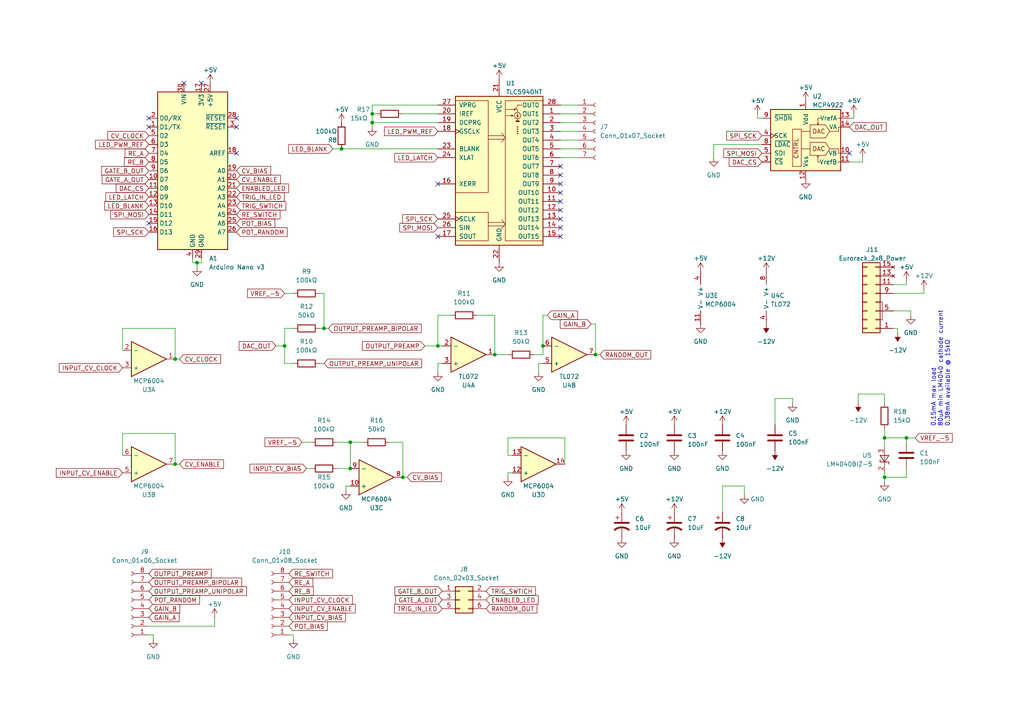
<source format=kicad_sch>
(kicad_sch (version 20230121) (generator eeschema)
  (paper "A4")
  (title_block (title "RNG") (date "2023-04-11") (rev "v2.0") (company "FreeModular"))
  (lib_symbols
    (symbol "Analog_DAC:MCP4922" (pin_names (offset 1.016))
      (property "Reference" "U2" (at 1.9559 11.43 0))
      (property "Value" "MCP4922" (at 1.9559 8.89 0))
      (symbol "MCP4922_0_0"
        (text "CNTRL" (at -2.032 -6.731 900) (effects (font (size 1.27 1.27)) (justify left bottom)))
        (text "DAC" (at 3.81 -3.81 0) (effects (font (size 1.27 1.27))))
        (text "DAC" (at 3.81 1.27 0) (effects (font (size 1.27 1.27))))
      )
      (symbol "MCP4922_1_1"
        (pin power_in line (at 0 10.16 270) (length 2.54) (name "Vdd") (number "1"))
        (pin output line (at 12.7 -5.08 180) (length 2.54) (name "VB") (number "10"))
        (pin input line (at 12.7 -7.62 180) (length 2.54) (name "VrefB") (number "11"))
        (pin power_in line (at 0 -12.7 90) (length 2.54) (name "Vss") (number "12"))
        (pin input line (at 12.7 5.08 180) (length 2.54) (name "VrefA") (number "13"))
        (pin output line (at 12.7 2.54 180) (length 2.54) (name "VA") (number "14"))
        (pin no_connect line (at -7.62 -10.16 90) (length 2.54) hide (name "NC") (number "2"))
        (pin input line (at -12.7 -7.62 0) (length 2.54) (name "~{CS}") (number "3"))
        (pin input clock (at -12.7 0 0) (length 2.54) (name "SCK") (number "4"))
        (pin input line (at -12.7 -5.08 0) (length 2.54) (name "SDI") (number "5"))
        (pin no_connect line (at -5.08 -10.16 90) (length 2.54) hide (name "NC") (number "6"))
        (pin no_connect line (at -2.54 -10.16 90) (length 2.54) hide (name "NC") (number "7"))
        (pin input line (at -12.7 -2.54 0) (length 2.54) (name "~{LDAC}") (number "8"))
        (pin passive line (at -12.7 5.08 0) (length 2.54) (name "~{SHDN}") (number "9"))
      )
    )
    (symbol "Connector:Conn_01x07_Socket" (pin_names (offset 1.016) hide)
      (property "Reference" "J" (at 0 10.16 0))
      (property "Value" "Conn_01x07_Socket" (at 0 -10.16 0))
      (symbol "Conn_01x07_Socket_1_1"
        (pin passive line (at -5.08 7.62 0) (length 3.81) (name "Pin_1") (number "1"))
        (pin passive line (at -5.08 5.08 0) (length 3.81) (name "Pin_2") (number "2"))
        (pin passive line (at -5.08 2.54 0) (length 3.81) (name "Pin_3") (number "3"))
        (pin passive line (at -5.08 0 0) (length 3.81) (name "Pin_4") (number "4"))
        (pin passive line (at -5.08 -2.54 0) (length 3.81) (name "Pin_5") (number "5"))
        (pin passive line (at -5.08 -5.08 0) (length 3.81) (name "Pin_6") (number "6"))
        (pin passive line (at -5.08 -7.62 0) (length 3.81) (name "Pin_7") (number "7"))
      )
    )
    (symbol "Connector:Conn_01x08_Socket" (pin_names (offset 1.016) hide)
      (property "Reference" "J" (at 0 10.16 0))
      (property "Value" "Conn_01x08_Socket" (at 0 -12.7 0))
      (symbol "Conn_01x08_Socket_1_1"
        (pin passive line (at -5.08 7.62 0) (length 3.81) (name "Pin_1") (number "1"))
        (pin passive line (at -5.08 5.08 0) (length 3.81) (name "Pin_2") (number "2"))
        (pin passive line (at -5.08 2.54 0) (length 3.81) (name "Pin_3") (number "3"))
        (pin passive line (at -5.08 0 0) (length 3.81) (name "Pin_4") (number "4"))
        (pin passive line (at -5.08 -2.54 0) (length 3.81) (name "Pin_5") (number "5"))
        (pin passive line (at -5.08 -5.08 0) (length 3.81) (name "Pin_6") (number "6"))
        (pin passive line (at -5.08 -7.62 0) (length 3.81) (name "Pin_7") (number "7"))
        (pin passive line (at -5.08 -10.16 0) (length 3.81) (name "Pin_8") (number "8"))
      )
    )
    (symbol "Connector_Generic:Conn_02x03_Odd_Even" (pin_names (offset 1.016) hide)
      (property "Reference" "J" (at 1.27 5.08 0))
      (property "Value" "Conn_02x03_Odd_Even" (at 1.27 -5.08 0))
      (symbol "Conn_02x03_Odd_Even_1_1"
        (pin passive line (at -5.08 2.54 0) (length 3.81) (name "Pin_1") (number "1"))
        (pin passive line (at 7.62 2.54 180) (length 3.81) (name "Pin_2") (number "2"))
        (pin passive line (at -5.08 0 0) (length 3.81) (name "Pin_3") (number "3"))
        (pin passive line (at 7.62 0 180) (length 3.81) (name "Pin_4") (number "4"))
        (pin passive line (at -5.08 -2.54 0) (length 3.81) (name "Pin_5") (number "5"))
        (pin passive line (at 7.62 -2.54 180) (length 3.81) (name "Pin_6") (number "6"))
      )
    )
    (symbol "Device:C" (pin_numbers hide) (pin_names (offset 0.254))
      (property "Reference" "C" (at 0.635 2.54 0))
      (property "Value" "C" (at 0.635 -2.54 0))
      (symbol "C_1_1"
        (pin passive line (at 0 3.81 270) (length 2.794) (name "~") (number "1"))
        (pin passive line (at 0 -3.81 90) (length 2.794) (name "~") (number "2"))
      )
    )
    (symbol "Device:C_Polarized_US" (pin_numbers hide) (pin_names (offset 0.254) hide)
      (property "Reference" "C" (at 0.635 2.54 0))
      (property "Value" "C_Polarized_US" (at 0.635 -2.54 0))
      (symbol "C_Polarized_US_1_1"
        (pin passive line (at 0 3.81 270) (length 2.794) (name "~") (number "1"))
        (pin passive line (at 0 -3.81 90) (length 3.302) (name "~") (number "2"))
      )
    )
    (symbol "Device:Opamp_Dual"
      (property "Reference" "U" (at 0 5.08 0))
      (property "Value" "Opamp_Dual" (at 0 -5.08 0))
      (symbol "Opamp_Dual_1_1"
        (pin output line (at 7.62 0 180) (length 2.54) (name "~") (number "1"))
        (pin input line (at -7.62 -2.54 0) (length 2.54) (name "-") (number "2"))
        (pin input line (at -7.62 2.54 0) (length 2.54) (name "+") (number "3"))
      )
      (symbol "Opamp_Dual_2_1"
        (pin input line (at -7.62 2.54 0) (length 2.54) (name "+") (number "5"))
        (pin input line (at -7.62 -2.54 0) (length 2.54) (name "-") (number "6"))
        (pin output line (at 7.62 0 180) (length 2.54) (name "~") (number "7"))
      )
      (symbol "Opamp_Dual_3_1"
        (pin power_in line (at -2.54 -7.62 90) (length 3.81) (name "V-") (number "4"))
        (pin power_in line (at -2.54 7.62 270) (length 3.81) (name "V+") (number "8"))
      )
    )
    (symbol "Device:Opamp_Quad"
      (property "Reference" "U" (at 0 5.08 0))
      (property "Value" "Opamp_Quad" (at 0 -5.08 0))
      (symbol "Opamp_Quad_1_1"
        (pin output line (at 7.62 0 180) (length 2.54) (name "~") (number "1"))
        (pin input line (at -7.62 -2.54 0) (length 2.54) (name "-") (number "2"))
        (pin input line (at -7.62 2.54 0) (length 2.54) (name "+") (number "3"))
      )
      (symbol "Opamp_Quad_2_1"
        (pin input line (at -7.62 2.54 0) (length 2.54) (name "+") (number "5"))
        (pin input line (at -7.62 -2.54 0) (length 2.54) (name "-") (number "6"))
        (pin output line (at 7.62 0 180) (length 2.54) (name "~") (number "7"))
      )
      (symbol "Opamp_Quad_3_1"
        (pin input line (at -7.62 2.54 0) (length 2.54) (name "+") (number "10"))
        (pin output line (at 7.62 0 180) (length 2.54) (name "~") (number "8"))
        (pin input line (at -7.62 -2.54 0) (length 2.54) (name "-") (number "9"))
      )
      (symbol "Opamp_Quad_4_1"
        (pin input line (at -7.62 2.54 0) (length 2.54) (name "+") (number "12"))
        (pin input line (at -7.62 -2.54 0) (length 2.54) (name "-") (number "13"))
        (pin output line (at 7.62 0 180) (length 2.54) (name "~") (number "14"))
      )
      (symbol "Opamp_Quad_5_1"
        (pin power_in line (at -2.54 -7.62 90) (length 3.81) (name "V-") (number "11"))
        (pin power_in line (at -2.54 7.62 270) (length 3.81) (name "V+") (number "4"))
      )
    )
    (symbol "Device:R" (pin_numbers hide) (pin_names (offset 0))
      (property "Reference" "R" (at 2.032 0 90))
      (property "Value" "R" (at 0 0 90))
      (symbol "R_1_1"
        (pin passive line (at 0 3.81 270) (length 1.27) (name "~") (number "1"))
        (pin passive line (at 0 -3.81 90) (length 1.27) (name "~") (number "2"))
      )
    )
    (symbol "Driver_LED:TLC5940NT" (pin_names (offset 1.016))
      (property "Reference" "U" (at -12.7 22.225 0))
      (property "Value" "TLC5940NT" (at 12.7 22.225 0))
      (symbol "TLC5940NT_1_1"
        (pin open_collector line (at 17.78 15.24 180) (length 5.08) (name "OUT1") (number "1"))
        (pin open_collector line (at 17.78 -7.62 180) (length 5.08) (name "OUT10") (number "10"))
        (pin open_collector line (at 17.78 -10.16 180) (length 5.08) (name "OUT11") (number "11"))
        (pin open_collector line (at 17.78 -12.7 180) (length 5.08) (name "OUT12") (number "12"))
        (pin open_collector line (at 17.78 -15.24 180) (length 5.08) (name "OUT13") (number "13"))
        (pin open_collector line (at 17.78 -17.78 180) (length 5.08) (name "OUT14") (number "14"))
        (pin open_collector line (at 17.78 -20.32 180) (length 5.08) (name "OUT15") (number "15"))
        (pin open_collector line (at -17.78 -5.08 0) (length 5.08) (name "XERR") (number "16"))
        (pin output line (at -17.78 -20.32 0) (length 5.08) (name "SOUT") (number "17"))
        (pin input clock (at -17.78 10.16 0) (length 5.08) (name "GSCLK") (number "18"))
        (pin input line (at -17.78 12.7 0) (length 5.08) (name "DCPRG") (number "19"))
        (pin open_collector line (at 17.78 12.7 180) (length 5.08) (name "OUT2") (number "2"))
        (pin input line (at -17.78 15.24 0) (length 5.08) (name "IREF") (number "20"))
        (pin power_in line (at 0 25.4 270) (length 5.08) (name "VCC") (number "21"))
        (pin power_in line (at 0 -27.94 90) (length 5.08) (name "GND") (number "22"))
        (pin input line (at -17.78 5.08 0) (length 5.08) (name "BLANK") (number "23"))
        (pin input line (at -17.78 2.54 0) (length 5.08) (name "XLAT") (number "24"))
        (pin input clock (at -17.78 -15.24 0) (length 5.08) (name "SCLK") (number "25"))
        (pin input line (at -17.78 -17.78 0) (length 5.08) (name "SIN") (number "26"))
        (pin input line (at -17.78 17.78 0) (length 5.08) (name "VPRG") (number "27"))
        (pin open_collector line (at 17.78 17.78 180) (length 5.08) (name "OUT0") (number "28"))
        (pin open_collector line (at 17.78 10.16 180) (length 5.08) (name "OUT3") (number "3"))
        (pin open_collector line (at 17.78 7.62 180) (length 5.08) (name "OUT4") (number "4"))
        (pin open_collector line (at 17.78 5.08 180) (length 5.08) (name "OUT5") (number "5"))
        (pin open_collector line (at 17.78 2.54 180) (length 5.08) (name "OUT6") (number "6"))
        (pin open_collector line (at 17.78 0 180) (length 5.08) (name "OUT7") (number "7"))
        (pin open_collector line (at 17.78 -2.54 180) (length 5.08) (name "OUT8") (number "8"))
        (pin open_collector line (at 17.78 -5.08 180) (length 5.08) (name "OUT9") (number "9"))
      )
    )
    (symbol "FreeModular:Eurorack_2x8_Power" (pin_names (offset 1.016) hide)
      (property "Reference" "J1" (at 1.27 13.97 0))
      (property "Value" "Eurorack_2x8_Power" (at 1.905 11.43 0))
      (symbol "Eurorack_2x8_Power_1_1"
        (pin power_out line (at -5.08 7.62 0) (length 3.81) (name "-12v") (number "1"))
        (pin passive line (at -5.08 -2.54 0) (length 3.81) hide (name "+12v") (number "10"))
        (pin passive line (at -5.08 -5.08 0) (length 3.81) (name "+5v") (number "11"))
        (pin passive line (at -5.08 -5.08 0) (length 3.81) hide (name "+5v") (number "12"))
        (pin no_connect line (at -5.08 -7.62 0) (length 3.81) (name "Pin_13") (number "13"))
        (pin no_connect line (at 7.62 -7.62 180) (length 3.81) hide (name "Pin_14") (number "14"))
        (pin no_connect line (at -5.08 -10.16 0) (length 3.81) (name "Pin_15") (number "15"))
        (pin no_connect line (at 7.62 -10.16 180) (length 3.81) hide (name "Pin_16") (number "16"))
        (pin passive line (at -5.08 7.62 0) (length 3.81) hide (name "-12v") (number "2"))
        (pin power_out line (at -5.08 2.54 0) (length 3.81) hide (name "GND") (number "3"))
        (pin passive line (at -5.08 2.54 0) (length 3.81) hide (name "GND") (number "4"))
        (pin power_out line (at -5.08 2.54 0) (length 3.81) (name "GND") (number "5"))
        (pin passive line (at -5.08 2.54 0) (length 3.81) hide (name "GND") (number "6"))
        (pin power_out line (at -5.08 2.54 0) (length 3.81) hide (name "GND") (number "7"))
        (pin passive line (at -5.08 2.54 0) (length 3.81) hide (name "GND") (number "8"))
        (pin power_out line (at -5.08 -2.54 0) (length 3.81) (name "+12v") (number "9"))
      )
    )
    (symbol "MCU_Module:Arduino_Nano_v3.x"
      (property "Reference" "A" (at -10.16 23.495 0))
      (property "Value" "Arduino_Nano_v3.x" (at 5.08 -24.13 0))
      (symbol "Arduino_Nano_v3.x_1_1"
        (pin bidirectional line (at -12.7 12.7 0) (length 2.54) (name "D1/TX") (number "1"))
        (pin bidirectional line (at -12.7 -2.54 0) (length 2.54) (name "D7") (number "10"))
        (pin bidirectional line (at -12.7 -5.08 0) (length 2.54) (name "D8") (number "11"))
        (pin bidirectional line (at -12.7 -7.62 0) (length 2.54) (name "D9") (number "12"))
        (pin bidirectional line (at -12.7 -10.16 0) (length 2.54) (name "D10") (number "13"))
        (pin bidirectional line (at -12.7 -12.7 0) (length 2.54) (name "D11") (number "14"))
        (pin bidirectional line (at -12.7 -15.24 0) (length 2.54) (name "D12") (number "15"))
        (pin bidirectional line (at -12.7 -17.78 0) (length 2.54) (name "D13") (number "16"))
        (pin power_out line (at 2.54 25.4 270) (length 2.54) (name "3V3") (number "17"))
        (pin input line (at 12.7 5.08 180) (length 2.54) (name "AREF") (number "18"))
        (pin bidirectional line (at 12.7 0 180) (length 2.54) (name "A0") (number "19"))
        (pin bidirectional line (at -12.7 15.24 0) (length 2.54) (name "D0/RX") (number "2"))
        (pin bidirectional line (at 12.7 -2.54 180) (length 2.54) (name "A1") (number "20"))
        (pin bidirectional line (at 12.7 -5.08 180) (length 2.54) (name "A2") (number "21"))
        (pin bidirectional line (at 12.7 -7.62 180) (length 2.54) (name "A3") (number "22"))
        (pin bidirectional line (at 12.7 -10.16 180) (length 2.54) (name "A4") (number "23"))
        (pin bidirectional line (at 12.7 -12.7 180) (length 2.54) (name "A5") (number "24"))
        (pin bidirectional line (at 12.7 -15.24 180) (length 2.54) (name "A6") (number "25"))
        (pin bidirectional line (at 12.7 -17.78 180) (length 2.54) (name "A7") (number "26"))
        (pin power_out line (at 5.08 25.4 270) (length 2.54) (name "+5V") (number "27"))
        (pin input line (at 12.7 15.24 180) (length 2.54) (name "~{RESET}") (number "28"))
        (pin power_in line (at 2.54 -25.4 90) (length 2.54) (name "GND") (number "29"))
        (pin input line (at 12.7 12.7 180) (length 2.54) (name "~{RESET}") (number "3"))
        (pin power_in line (at -2.54 25.4 270) (length 2.54) (name "VIN") (number "30"))
        (pin power_in line (at 0 -25.4 90) (length 2.54) (name "GND") (number "4"))
        (pin bidirectional line (at -12.7 10.16 0) (length 2.54) (name "D2") (number "5"))
        (pin bidirectional line (at -12.7 7.62 0) (length 2.54) (name "D3") (number "6"))
        (pin bidirectional line (at -12.7 5.08 0) (length 2.54) (name "D4") (number "7"))
        (pin bidirectional line (at -12.7 2.54 0) (length 2.54) (name "D5") (number "8"))
        (pin bidirectional line (at -12.7 0 0) (length 2.54) (name "D6") (number "9"))
      )
    )
    (symbol "Reference_Voltage:LM4040LP-5" (pin_names (offset 0.0254) hide)
      (property "Reference" "U" (at 0 2.54 0))
      (property "Value" "LM4040LP-5" (at 0 -3.175 0))
      (symbol "LM4040LP-5_1_1"
        (pin passive line (at 3.81 0 180) (length 2.54) (name "K") (number "2"))
        (pin passive line (at -3.81 0 0) (length 2.54) (name "A") (number "3"))
      )
    )
    (symbol "power:+12V" (power) (pin_names (offset 0))
      (property "Value" "+12V" (at 0 3.556 0))
      (symbol "+12V_1_1"
        (pin power_in line (at 0 0 90) (length 0) hide (name "+12V") (number "1"))
      )
    )
    (symbol "power:+5V" (power) (pin_names (offset 0))
      (property "Value" "+5V" (at 0 3.556 0))
      (symbol "+5V_1_1"
        (pin power_in line (at 0 0 90) (length 0) hide (name "+5V") (number "1"))
      )
    )
    (symbol "power:-12V" (power) (pin_names (offset 0))
      (property "Value" "-12V" (at 0 3.81 0))
      (symbol "-12V_0_0"
        (pin power_in line (at 0 0 90) (length 0) hide (name "-12V") (number "1"))
      )
    )
    (symbol "power:GND" (power) (pin_names (offset 0))
      (property "Value" "GND" (at 0 -3.81 0))
      (symbol "GND_1_1"
        (pin power_in line (at 0 0 270) (length 0) hide (name "GND") (number "1"))
      )
    )
  )
  (junction (at 50.8 134.62))
  (junction (at 57.15 76.2))
  (junction (at 116.84 138.43))
  (junction (at 127 100.33))
  (junction (at 101.6 135.89))
  (junction (at 172.72 102.87))
  (junction (at 256.54 138.43))
  (junction (at 99.06 43.18))
  (junction (at 157.48 100.33))
  (junction (at 101.6 128.27))
  (junction (at 107.95 33.02))
  (junction (at 93.98 95.25))
  (junction (at 143.51 102.87))
  (junction (at 262.89 127))
  (junction (at 82.55 100.33))
  (junction (at 50.8 104.14))
  (junction (at 256.54 127))
  (junction (at 107.95 35.56))
  (no_connect (at 127 53.34))
  (no_connect (at 68.58 34.29))
  (no_connect (at 246.38 44.45))
  (no_connect (at 53.34 24.13))
  (no_connect (at 68.58 36.83))
  (no_connect (at 162.56 50.8))
  (no_connect (at 162.56 58.42))
  (no_connect (at 162.56 66.04))
  (no_connect (at 162.56 63.5))
  (no_connect (at 58.42 24.13))
  (no_connect (at 162.56 68.58))
  (no_connect (at 43.18 34.29))
  (no_connect (at 127 68.58))
  (no_connect (at 162.56 55.88))
  (no_connect (at 162.56 60.96))
  (no_connect (at 162.56 48.26))
  (no_connect (at 68.58 44.45))
  (no_connect (at 162.56 53.34))
  (no_connect (at 43.18 36.83))
  (no_connect (at 43.18 64.77))
  (wire (pts (xy 82.55 85.09) (xy 85.09 85.09)))
  (wire (pts (xy 157.48 100.33) (xy 157.48 102.87)))
  (wire (pts (xy 162.56 30.48) (xy 167.64 30.48)))
  (wire (pts (xy 35.56 125.73) (xy 50.8 125.73)))
  (wire (pts (xy 154.94 102.87) (xy 157.48 102.87)))
  (wire (pts (xy 162.56 38.1) (xy 167.64 38.1)))
  (wire (pts (xy 209.55 140.97) (xy 209.55 148.59)))
  (wire (pts (xy 101.6 140.97) (xy 100.33 140.97)))
  (wire (pts (xy 162.56 45.72) (xy 167.64 45.72)))
  (wire (pts (xy 35.56 95.25) (xy 35.56 101.6)))
  (wire (pts (xy 156.21 105.41) (xy 157.48 105.41)))
  (wire (pts (xy 50.8 125.73) (xy 50.8 134.62)))
  (wire (pts (xy 93.98 95.25) (xy 92.71 95.25)))
  (wire (pts (xy 163.83 127) (xy 163.83 134.62)))
  (wire (pts (xy 209.55 140.97) (xy 215.9 140.97)))
  (wire (pts (xy 207.01 41.91) (xy 220.98 41.91)))
  (wire (pts (xy 260.35 95.25) (xy 259.08 95.25)))
  (wire (pts (xy 207.01 41.91) (xy 207.01 45.72)))
  (wire (pts (xy 162.56 35.56) (xy 167.64 35.56)))
  (wire (pts (xy 127 100.33) (xy 127 91.44)))
  (wire (pts (xy 147.32 127) (xy 163.83 127)))
  (wire (pts (xy 147.32 137.16) (xy 147.32 138.43)))
  (wire (pts (xy 82.55 95.25) (xy 85.09 95.25)))
  (wire (pts (xy 247.65 34.29) (xy 247.65 33.02)))
  (wire (pts (xy 256.54 124.46) (xy 256.54 127)))
  (wire (pts (xy 57.15 76.2) (xy 57.15 77.47)))
  (wire (pts (xy 43.18 184.15) (xy 44.45 184.15)))
  (wire (pts (xy 99.06 43.18) (xy 127 43.18)))
  (wire (pts (xy 256.54 138.43) (xy 256.54 139.7)))
  (wire (pts (xy 83.82 184.15) (xy 85.09 184.15)))
  (wire (pts (xy 246.38 34.29) (xy 247.65 34.29)))
  (wire (pts (xy 162.56 43.18) (xy 167.64 43.18)))
  (wire (pts (xy 57.15 76.2) (xy 58.42 76.2)))
  (wire (pts (xy 107.95 35.56) (xy 127 35.56)))
  (wire (pts (xy 148.59 137.16) (xy 147.32 137.16)))
  (wire (pts (xy 101.6 128.27) (xy 101.6 135.89)))
  (wire (pts (xy 107.95 33.02) (xy 107.95 35.56)))
  (wire (pts (xy 35.56 132.08) (xy 35.56 125.73)))
  (wire (pts (xy 143.51 102.87) (xy 147.32 102.87)))
  (wire (pts (xy 262.89 135.89) (xy 262.89 138.43)))
  (wire (pts (xy 92.71 85.09) (xy 93.98 85.09)))
  (wire (pts (xy 172.72 102.87) (xy 173.99 102.87)))
  (wire (pts (xy 50.8 104.14) (xy 52.07 104.14)))
  (wire (pts (xy 87.63 128.27) (xy 90.17 128.27)))
  (wire (pts (xy 43.18 181.61) (xy 62.23 181.61)))
  (wire (pts (xy 97.79 128.27) (xy 101.6 128.27)))
  (wire (pts (xy 172.72 93.98) (xy 171.45 93.98)))
  (wire (pts (xy 82.55 100.33) (xy 82.55 105.41)))
  (wire (pts (xy 157.48 91.44) (xy 158.75 91.44)))
  (wire (pts (xy 259.08 90.17) (xy 264.16 90.17)))
  (wire (pts (xy 82.55 100.33) (xy 82.55 95.25)))
  (wire (pts (xy 116.84 128.27) (xy 116.84 138.43)))
  (wire (pts (xy 107.95 33.02) (xy 109.22 33.02)))
  (wire (pts (xy 88.9 135.89) (xy 90.17 135.89)))
  (wire (pts (xy 256.54 138.43) (xy 262.89 138.43)))
  (wire (pts (xy 256.54 116.84) (xy 256.54 114.3)))
  (wire (pts (xy 107.95 35.56) (xy 107.95 36.83)))
  (wire (pts (xy 116.84 33.02) (xy 127 33.02)))
  (wire (pts (xy 156.21 107.95) (xy 156.21 105.41)))
  (wire (pts (xy 148.59 132.08) (xy 147.32 132.08)))
  (wire (pts (xy 256.54 129.54) (xy 256.54 127)))
  (wire (pts (xy 101.6 128.27) (xy 105.41 128.27)))
  (wire (pts (xy 259.08 85.09) (xy 267.97 85.09)))
  (wire (pts (xy 264.16 90.17) (xy 264.16 91.44)))
  (wire (pts (xy 85.09 184.15) (xy 85.09 185.42)))
  (wire (pts (xy 262.89 81.28) (xy 262.89 82.55)))
  (wire (pts (xy 220.98 34.29) (xy 219.71 34.29)))
  (wire (pts (xy 50.8 95.25) (xy 35.56 95.25)))
  (wire (pts (xy 55.88 76.2) (xy 57.15 76.2)))
  (wire (pts (xy 262.89 127) (xy 262.89 128.27)))
  (wire (pts (xy 138.43 91.44) (xy 143.51 91.44)))
  (wire (pts (xy 58.42 74.93) (xy 58.42 76.2)))
  (wire (pts (xy 127 105.41) (xy 128.27 105.41)))
  (wire (pts (xy 256.54 137.16) (xy 256.54 138.43)))
  (wire (pts (xy 224.79 115.57) (xy 229.87 115.57)))
  (wire (pts (xy 256.54 114.3) (xy 248.92 114.3)))
  (wire (pts (xy 44.45 184.15) (xy 44.45 185.42)))
  (wire (pts (xy 256.54 127) (xy 262.89 127)))
  (wire (pts (xy 229.87 115.57) (xy 229.87 116.84)))
  (wire (pts (xy 250.19 46.99) (xy 250.19 45.72)))
  (wire (pts (xy 82.55 105.41) (xy 85.09 105.41)))
  (wire (pts (xy 55.88 74.93) (xy 55.88 76.2)))
  (wire (pts (xy 62.23 179.07) (xy 62.23 181.61)))
  (wire (pts (xy 107.95 30.48) (xy 127 30.48)))
  (wire (pts (xy 248.92 114.3) (xy 248.92 116.84)))
  (wire (pts (xy 113.03 128.27) (xy 116.84 128.27)))
  (wire (pts (xy 224.79 123.19) (xy 224.79 115.57)))
  (wire (pts (xy 107.95 30.48) (xy 107.95 33.02)))
  (wire (pts (xy 127 107.95) (xy 127 105.41)))
  (wire (pts (xy 162.56 40.64) (xy 167.64 40.64)))
  (wire (pts (xy 172.72 93.98) (xy 172.72 102.87)))
  (wire (pts (xy 127 100.33) (xy 128.27 100.33)))
  (wire (pts (xy 143.51 91.44) (xy 143.51 102.87)))
  (wire (pts (xy 93.98 95.25) (xy 95.25 95.25)))
  (wire (pts (xy 123.19 100.33) (xy 127 100.33)))
  (wire (pts (xy 147.32 132.08) (xy 147.32 127)))
  (wire (pts (xy 100.33 140.97) (xy 100.33 142.24)))
  (wire (pts (xy 259.08 82.55) (xy 262.89 82.55)))
  (wire (pts (xy 93.98 85.09) (xy 93.98 95.25)))
  (wire (pts (xy 157.48 100.33) (xy 157.48 91.44)))
  (wire (pts (xy 267.97 83.82) (xy 267.97 85.09)))
  (wire (pts (xy 96.52 43.18) (xy 99.06 43.18)))
  (wire (pts (xy 50.8 134.62) (xy 52.07 134.62)))
  (wire (pts (xy 162.56 33.02) (xy 167.64 33.02)))
  (wire (pts (xy 260.35 95.25) (xy 260.35 96.52)))
  (wire (pts (xy 246.38 46.99) (xy 250.19 46.99)))
  (wire (pts (xy 215.9 140.97) (xy 215.9 143.51)))
  (wire (pts (xy 50.8 104.14) (xy 50.8 95.25)))
  (wire (pts (xy 262.89 127) (xy 265.43 127)))
  (wire (pts (xy 219.71 34.29) (xy 219.71 33.02)))
  (wire (pts (xy 93.98 105.41) (xy 92.71 105.41)))
  (wire (pts (xy 116.84 138.43) (xy 118.11 138.43)))
  (wire (pts (xy 130.81 91.44) (xy 127 91.44)))
  (wire (pts (xy 97.79 135.89) (xy 101.6 135.89)))
  (wire (pts (xy 80.01 100.33) (xy 82.55 100.33)))
  (text "0.15mA max load\n80uA min LM4040 cathode current\n0.38mA available @ 15kΩ" (at 275.59 123.825 90) (effects (font (size 1.27 1.27)) (justify left bottom)))
  (global_label "GAIN_B" (shape input) (at 171.45 93.98 180) (property "Intersheetrefs" "${INTERSHEET_REFS}" (effects hide)))
  (global_label "VREF_-5" (shape input) (at 87.63 128.27 180) (property "Intersheetrefs" "${INTERSHEET_REFS}" (effects hide)))
  (global_label "ENABLED_LED" (shape input) (at 68.58 54.61 0) (property "Intersheetrefs" "${INTERSHEET_REFS}" (effects hide)))
  (global_label "SPI_MOSI" (shape input) (at 43.18 62.23 180) (property "Intersheetrefs" "${INTERSHEET_REFS}" (effects hide)))
  (global_label "POT_RANDOM" (shape input) (at 68.58 67.31 0) (property "Intersheetrefs" "${INTERSHEET_REFS}" (effects hide)))
  (global_label "LED_PWM_REF" (shape input) (at 43.18 41.91 180) (property "Intersheetrefs" "${INTERSHEET_REFS}" (effects hide)))
  (global_label "DAC_CS" (shape input) (at 43.18 54.61 180) (property "Intersheetrefs" "${INTERSHEET_REFS}" (effects hide)))
  (global_label "INPUT_CV_BIAS" (shape input) (at 88.9 135.89 180) (property "Intersheetrefs" "${INTERSHEET_REFS}" (effects hide)))
  (global_label "RE_SWITCH" (shape input) (at 83.82 166.37 0) (property "Intersheetrefs" "${INTERSHEET_REFS}" (effects hide)))
  (global_label "LED_LATCH" (shape input) (at 127 45.72 180) (property "Intersheetrefs" "${INTERSHEET_REFS}" (effects hide)))
  (global_label "TRIG_IN_LED" (shape input) (at 128.27 176.53 180) (property "Intersheetrefs" "${INTERSHEET_REFS}" (effects hide)))
  (global_label "VREF_-5" (shape input) (at 82.55 85.09 180) (property "Intersheetrefs" "${INTERSHEET_REFS}" (effects hide)))
  (global_label "OUTPUT_PREAMP" (shape input) (at 43.18 166.37 0) (property "Intersheetrefs" "${INTERSHEET_REFS}" (effects hide)))
  (global_label "VREF_-5" (shape input) (at 265.43 127 0) (property "Intersheetrefs" "${INTERSHEET_REFS}" (effects hide)))
  (global_label "GAIN_B" (shape input) (at 43.18 176.53 0) (property "Intersheetrefs" "${INTERSHEET_REFS}" (effects hide)))
  (global_label "GATE_A_OUT" (shape input) (at 43.18 52.07 180) (property "Intersheetrefs" "${INTERSHEET_REFS}" (effects hide)))
  (global_label "OUTPUT_PREAMP_UNIPOLAR" (shape input) (at 43.18 171.45 0) (property "Intersheetrefs" "${INTERSHEET_REFS}" (effects hide)))
  (global_label "CV_BIAS" (shape input) (at 118.11 138.43 0) (property "Intersheetrefs" "${INTERSHEET_REFS}" (effects hide)))
  (global_label "OUTPUT_PREAMP" (shape input) (at 123.19 100.33 180) (property "Intersheetrefs" "${INTERSHEET_REFS}" (effects hide)))
  (global_label "TRIG_SWTICH" (shape input) (at 68.58 59.69 0) (property "Intersheetrefs" "${INTERSHEET_REFS}" (effects hide)))
  (global_label "RE_A" (shape input) (at 83.82 168.91 0) (property "Intersheetrefs" "${INTERSHEET_REFS}" (effects hide)))
  (global_label "GAIN_A" (shape input) (at 43.18 179.07 0) (property "Intersheetrefs" "${INTERSHEET_REFS}" (effects hide)))
  (global_label "OUTPUT_PREAMP_BIPOLAR" (shape input) (at 43.18 168.91 0) (property "Intersheetrefs" "${INTERSHEET_REFS}" (effects hide)))
  (global_label "RE_B" (shape input) (at 83.82 171.45 0) (property "Intersheetrefs" "${INTERSHEET_REFS}" (effects hide)))
  (global_label "RE_A" (shape input) (at 43.18 44.45 180) (property "Intersheetrefs" "${INTERSHEET_REFS}" (effects hide)))
  (global_label "INPUT_CV_CLOCK" (shape input) (at 83.82 173.99 0) (property "Intersheetrefs" "${INTERSHEET_REFS}" (effects hide)))
  (global_label "SPI_SCK" (shape input) (at 220.98 39.37 180) (property "Intersheetrefs" "${INTERSHEET_REFS}" (effects hide)))
  (global_label "POT_BIAS" (shape input) (at 83.82 181.61 0) (property "Intersheetrefs" "${INTERSHEET_REFS}" (effects hide)))
  (global_label "RE_B" (shape input) (at 43.18 46.99 180) (property "Intersheetrefs" "${INTERSHEET_REFS}" (effects hide)))
  (global_label "RE_SWITCH" (shape input) (at 68.58 62.23 0) (property "Intersheetrefs" "${INTERSHEET_REFS}" (effects hide)))
  (global_label "SPI_MOSI" (shape input) (at 127 66.04 180) (property "Intersheetrefs" "${INTERSHEET_REFS}" (effects hide)))
  (global_label "OUTPUT_PREAMP_UNIPOLAR" (shape input) (at 93.98 105.41 0) (property "Intersheetrefs" "${INTERSHEET_REFS}" (effects hide)))
  (global_label "LED_BLANK" (shape input) (at 43.18 59.69 180) (property "Intersheetrefs" "${INTERSHEET_REFS}" (effects hide)))
  (global_label "DAC_OUT" (shape input) (at 80.01 100.33 180) (property "Intersheetrefs" "${INTERSHEET_REFS}" (effects hide)))
  (global_label "SPI_SCK" (shape input) (at 127 63.5 180) (property "Intersheetrefs" "${INTERSHEET_REFS}" (effects hide)))
  (global_label "INPUT_CV_BIAS" (shape input) (at 83.82 179.07 0) (property "Intersheetrefs" "${INTERSHEET_REFS}" (effects hide)))
  (global_label "RANDOM_OUT" (shape input) (at 173.99 102.87 0) (property "Intersheetrefs" "${INTERSHEET_REFS}" (effects hide)))
  (global_label "GATE_A_OUT" (shape input) (at 128.27 173.99 180) (property "Intersheetrefs" "${INTERSHEET_REFS}" (effects hide)))
  (global_label "INPUT_CV_CLOCK" (shape input) (at 35.56 106.68 180) (property "Intersheetrefs" "${INTERSHEET_REFS}" (effects hide)))
  (global_label "DAC_OUT" (shape input) (at 246.38 36.83 0) (property "Intersheetrefs" "${INTERSHEET_REFS}" (effects hide)))
  (global_label "CV_ENABLE" (shape input) (at 68.58 52.07 0) (property "Intersheetrefs" "${INTERSHEET_REFS}" (effects hide)))
  (global_label "LED_BLANK" (shape input) (at 96.52 43.18 180) (property "Intersheetrefs" "${INTERSHEET_REFS}" (effects hide)))
  (global_label "SPI_SCK" (shape input) (at 43.18 67.31 180) (property "Intersheetrefs" "${INTERSHEET_REFS}" (effects hide)))
  (global_label "CV_ENABLE" (shape input) (at 52.07 134.62 0) (property "Intersheetrefs" "${INTERSHEET_REFS}" (effects hide)))
  (global_label "CV_BIAS" (shape input) (at 68.58 49.53 0) (property "Intersheetrefs" "${INTERSHEET_REFS}" (effects hide)))
  (global_label "GAIN_A" (shape input) (at 158.75 91.44 0) (property "Intersheetrefs" "${INTERSHEET_REFS}" (effects hide)))
  (global_label "TRIG_IN_LED" (shape input) (at 68.58 57.15 0) (property "Intersheetrefs" "${INTERSHEET_REFS}" (effects hide)))
  (global_label "SPI_MOSI" (shape input) (at 220.98 44.45 180) (property "Intersheetrefs" "${INTERSHEET_REFS}" (effects hide)))
  (global_label "RANDOM_OUT" (shape input) (at 140.97 176.53 0) (property "Intersheetrefs" "${INTERSHEET_REFS}" (effects hide)))
  (global_label "POT_BIAS" (shape input) (at 68.58 64.77 0) (property "Intersheetrefs" "${INTERSHEET_REFS}" (effects hide)))
  (global_label "GATE_B_OUT" (shape input) (at 128.27 171.45 180) (property "Intersheetrefs" "${INTERSHEET_REFS}" (effects hide)))
  (global_label "OUTPUT_PREAMP_BIPOLAR" (shape input) (at 95.25 95.25 0) (property "Intersheetrefs" "${INTERSHEET_REFS}" (effects hide)))
  (global_label "CV_CLOCK" (shape input) (at 52.07 104.14 0) (property "Intersheetrefs" "${INTERSHEET_REFS}" (effects hide)))
  (global_label "DAC_CS" (shape input) (at 220.98 46.99 180) (property "Intersheetrefs" "${INTERSHEET_REFS}" (effects hide)))
  (global_label "CV_CLOCK" (shape input) (at 43.18 39.37 180) (property "Intersheetrefs" "${INTERSHEET_REFS}" (effects hide)))
  (global_label "GATE_B_OUT" (shape input) (at 43.18 49.53 180) (property "Intersheetrefs" "${INTERSHEET_REFS}" (effects hide)))
  (global_label "INPUT_CV_ENABLE" (shape input) (at 35.56 137.16 180) (property "Intersheetrefs" "${INTERSHEET_REFS}" (effects hide)))
  (global_label "POT_RANDOM" (shape input) (at 43.18 173.99 0) (property "Intersheetrefs" "${INTERSHEET_REFS}" (effects hide)))
  (global_label "LED_PWM_REF" (shape input) (at 127 38.1 180) (property "Intersheetrefs" "${INTERSHEET_REFS}" (effects hide)))
  (global_label "INPUT_CV_ENABLE" (shape input) (at 83.82 176.53 0) (property "Intersheetrefs" "${INTERSHEET_REFS}" (effects hide)))
  (global_label "LED_LATCH" (shape input) (at 43.18 57.15 180) (property "Intersheetrefs" "${INTERSHEET_REFS}" (effects hide)))
  (global_label "TRIG_SWTICH" (shape input) (at 140.97 171.45 0) (property "Intersheetrefs" "${INTERSHEET_REFS}" (effects hide)))
  (global_label "ENABLED_LED" (shape input) (at 140.97 173.99 0) (property "Intersheetrefs" "${INTERSHEET_REFS}" (effects hide)))
  (symbol (lib_id "Device:C") (at 224.79 127 0) (unit 1)
    (property "Reference" "C5" (at 228.6 125.73 0) (effects (justify left)))
    (property "Value" "100nF" (at 228.6 128.27 0) (effects (justify left)))
    (property "Footprint" "Capacitor_THT:C_Disc_D5.0mm_W2.5mm_P5.00mm" (effects hide))
  )
  (symbol (lib_id "power:GND") (at 57.15 77.47 0) (unit 1)
    (property "Reference" "#PWR01" (effects hide))
    (property "Value" "GND" (at 57.15 82.55 0))
  )
  (symbol (lib_id "power:GND") (at 180.34 156.21 0) (unit 1)
    (property "Reference" "#PWR035" (effects hide))
    (property "Value" "GND" (at 180.34 161.29 0))
  )
  (symbol (lib_id "Device:Opamp_Dual") (at 165.1 102.87 0) (mirror x) (unit 2)
    (property "Reference" "U4" (at 165.1 111.76 0))
    (property "Value" "TL072" (at 165.1 109.22 0))
    (property "Footprint" "Package_DIP:DIP-8_W7.62mm" (effects hide))
  )
  (symbol (lib_id "Analog_DAC:MCP4922") (at 233.68 39.37 0) (unit 1)
    (property "Reference" "U2" (at 235.6359 27.94 0) (effects (justify left)))
    (property "Value" "MCP4922" (at 235.6359 30.48 0) (effects (justify left)))
    (property "Footprint" "Package_DIP:DIP-14_W7.62mm" (effects hide))
    (property "Datasheet" "http://ww1.microchip.com/downloads/en/DeviceDoc/22250A.pdf" (effects hide))
  )
  (symbol (lib_id "power:+12V") (at 209.55 123.19 0) (unit 1)
    (property "Reference" "#PWR034" (effects hide))
    (property "Value" "+12V" (at 209.55 119.38 0))
  )
  (symbol (lib_id "power:GND") (at 44.45 185.42 0) (unit 1)
    (property "Reference" "#PWR029" (effects hide))
    (property "Value" "GND" (at 44.45 190.5 0))
  )
  (symbol (lib_id "Device:R") (at 151.13 102.87 90) (unit 1)
    (property "Reference" "R13" (at 151.13 96.52 90))
    (property "Value" "50kΩ" (at 151.13 99.06 90))
    (property "Footprint" "Resistor_THT:R_Axial_DIN0207_L6.3mm_D2.5mm_P7.62mm_Horizontal" (effects hide))
  )
  (symbol (lib_id "power:-12V") (at 224.79 130.81 180) (unit 1)
    (property "Reference" "#PWR033" (effects hide))
    (property "Value" "-12V" (at 224.79 135.89 0))
  )
  (symbol (lib_id "Device:Opamp_Dual") (at 135.89 102.87 0) (mirror x) (unit 1)
    (property "Reference" "U4" (at 135.89 111.76 0))
    (property "Value" "TL072" (at 135.89 109.22 0))
    (property "Footprint" "Package_DIP:DIP-8_W7.62mm" (effects hide))
  )
  (symbol (lib_id "Device:Opamp_Quad") (at 43.18 104.14 0) (mirror x) (unit 1)
    (property "Reference" "U3" (at 43.18 113.03 0))
    (property "Value" "MCP6004" (at 43.18 110.49 0))
    (property "Footprint" "Package_DIP:DIP-14_W7.62mm" (effects hide))
  )
  (symbol (lib_id "Device:R") (at 93.98 128.27 90) (unit 1)
    (property "Reference" "R14" (at 93.98 121.92 90))
    (property "Value" "100kΩ" (at 93.98 124.46 90))
    (property "Footprint" "Resistor_THT:R_Axial_DIN0207_L6.3mm_D2.5mm_P7.62mm_Horizontal" (effects hide))
  )
  (symbol (lib_id "power:-12V") (at 248.92 116.84 180) (unit 1)
    (property "Reference" "#PWR010" (effects hide))
    (property "Value" "-12V" (at 248.92 121.92 0))
  )
  (symbol (lib_id "Device:C_Polarized_US") (at 180.34 152.4 0) (unit 1)
    (property "Reference" "C6" (at 184.15 150.495 0) (effects (justify left)))
    (property "Value" "10uF" (at 184.15 153.035 0) (effects (justify left)))
    (property "Footprint" "Capacitor_THT:CP_Radial_D4.0mm_P1.50mm" (effects hide))
  )
  (symbol (lib_id "Device:R") (at 88.9 85.09 90) (unit 1)
    (property "Reference" "R9" (at 88.9 78.74 90))
    (property "Value" "100kΩ" (at 88.9 81.28 90))
    (property "Footprint" "Resistor_THT:R_Axial_DIN0207_L6.3mm_D2.5mm_P7.62mm_Horizontal" (effects hide))
  )
  (symbol (lib_id "Device:R") (at 109.22 128.27 90) (unit 1)
    (property "Reference" "R16" (at 109.22 121.92 90))
    (property "Value" "50kΩ" (at 109.22 124.46 90))
    (property "Footprint" "Resistor_THT:R_Axial_DIN0207_L6.3mm_D2.5mm_P7.62mm_Horizontal" (effects hide))
  )
  (symbol (lib_id "Device:C_Polarized_US") (at 209.55 152.4 0) (unit 1)
    (property "Reference" "C8" (at 213.36 150.495 0) (effects (justify left)))
    (property "Value" "10uF" (at 213.36 153.035 0) (effects (justify left)))
    (property "Footprint" "Capacitor_THT:CP_Radial_D4.0mm_P1.50mm" (effects hide))
  )
  (symbol (lib_id "Device:Opamp_Dual") (at 224.79 86.36 0) (unit 3)
    (property "Reference" "U4" (at 223.52 85.725 0) (effects (justify left)))
    (property "Value" "TL072" (at 223.52 88.265 0) (effects (justify left)))
    (property "Footprint" "Package_DIP:DIP-8_W7.62mm" (effects hide))
  )
  (symbol (lib_id "power:+12V") (at 195.58 148.59 0) (unit 1)
    (property "Reference" "#PWR037" (effects hide))
    (property "Value" "+12V" (at 195.58 144.78 0))
  )
  (symbol (lib_id "Device:Opamp_Quad") (at 109.22 138.43 0) (mirror x) (unit 3)
    (property "Reference" "U3" (at 109.22 147.32 0))
    (property "Value" "MCP6004" (at 109.22 144.78 0))
    (property "Footprint" "Package_DIP:DIP-14_W7.62mm" (effects hide))
  )
  (symbol (lib_id "Device:Opamp_Quad") (at 43.18 134.62 0) (mirror x) (unit 2)
    (property "Reference" "U3" (at 43.18 143.51 0))
    (property "Value" "MCP6004" (at 43.18 140.97 0))
    (property "Footprint" "Package_DIP:DIP-14_W7.62mm" (effects hide))
  )
  (symbol (lib_id "power:+12V") (at 222.25 78.74 0) (unit 1)
    (property "Reference" "#PWR025" (effects hide))
    (property "Value" "+12V" (at 222.25 74.93 0))
  )
  (symbol (lib_id "power:+5V") (at 250.19 45.72 0) (unit 1)
    (property "Reference" "#PWR020" (effects hide))
    (property "Value" "+5V" (at 250.19 41.91 0))
  )
  (symbol (lib_id "power:GND") (at 209.55 130.81 0) (unit 1)
    (property "Reference" "#PWR042" (effects hide))
    (property "Value" "GND" (at 209.55 135.89 0))
  )
  (symbol (lib_id "power:GND") (at 127 107.95 0) (unit 1)
    (property "Reference" "#PWR026" (effects hide))
    (property "Value" "GND" (at 127 113.03 0))
  )
  (symbol (lib_id "power:+5V") (at 195.58 123.19 0) (unit 1)
    (property "Reference" "#PWR031" (effects hide))
    (property "Value" "+5V" (at 195.58 119.38 0))
  )
  (symbol (lib_id "power:GND") (at 256.54 139.7 0) (unit 1)
    (property "Reference" "#PWR04" (effects hide))
    (property "Value" "GND" (at 256.54 144.78 0))
  )
  (symbol (lib_id "Connector:Conn_01x08_Socket") (at 78.74 176.53 180) (unit 1)
    (property "Reference" "J10" (at 82.55 160.02 0))
    (property "Value" "Conn_01x08_Socket" (at 82.55 162.56 0))
    (property "Footprint" "Connector_PinHeader_2.54mm:PinHeader_1x08_P2.54mm_Vertical" (effects hide))
  )
  (symbol (lib_id "Device:C_Polarized_US") (at 195.58 152.4 0) (unit 1)
    (property "Reference" "C7" (at 199.39 150.495 0) (effects (justify left)))
    (property "Value" "10uF" (at 199.39 153.035 0) (effects (justify left)))
    (property "Footprint" "Capacitor_THT:CP_Radial_D4.0mm_P1.50mm" (effects hide))
  )
  (symbol (lib_id "power:GND") (at 229.87 116.84 0) (unit 1)
    (property "Reference" "#PWR043" (effects hide))
    (property "Value" "GND" (at 229.87 121.92 0))
  )
  (symbol (lib_id "Reference_Voltage:LM4040LP-5") (at 256.54 133.35 270) (unit 1)
    (property "Reference" "U5" (at 251.46 132.08 90))
    (property "Value" "LM4040BIZ-5" (at 246.38 134.62 90))
    (property "Footprint" "Package_TO_SOT_THT:TO-92_Inline" (effects hide))
    (property "Datasheet" "http://www.ti.com/lit/ds/symlink/lm4040-n.pdf" (effects hide))
  )
  (symbol (lib_id "Device:R") (at 99.06 39.37 180) (unit 1)
    (property "Reference" "R8" (at 97.79 40.64 0) (effects (justify left)))
    (property "Value" "100kΩ" (at 97.79 38.1 0) (effects (justify left)))
    (property "Footprint" "Resistor_THT:R_Axial_DIN0207_L6.3mm_D2.5mm_P7.62mm_Horizontal" (effects hide))
  )
  (symbol (lib_id "Device:R") (at 113.03 33.02 270) (unit 1)
    (property "Reference" "R17" (at 105.41 31.75 90))
    (property "Value" "15kΩ" (at 104.14 34.29 90))
    (property "Footprint" "Resistor_THT:R_Axial_DIN0207_L6.3mm_D2.5mm_P7.62mm_Horizontal" (effects hide))
  )
  (symbol (lib_id "power:GND") (at 207.01 45.72 0) (unit 1)
    (property "Reference" "#PWR017" (effects hide))
    (property "Value" "GND" (at 207.01 50.8 0))
  )
  (symbol (lib_id "power:+5V") (at 60.96 24.13 0) (unit 1)
    (property "Reference" "#PWR02" (effects hide))
    (property "Value" "+5V" (at 60.96 20.32 0))
  )
  (symbol (lib_id "power:GND") (at 195.58 156.21 0) (unit 1)
    (property "Reference" "#PWR038" (effects hide))
    (property "Value" "GND" (at 195.58 161.29 0))
  )
  (symbol (lib_id "Device:R") (at 134.62 91.44 90) (unit 1)
    (property "Reference" "R11" (at 134.62 85.09 90))
    (property "Value" "100kΩ" (at 134.62 87.63 90))
    (property "Footprint" "Resistor_THT:R_Axial_DIN0207_L6.3mm_D2.5mm_P7.62mm_Horizontal" (effects hide))
  )
  (symbol (lib_id "Device:C") (at 262.89 132.08 0) (unit 1)
    (property "Reference" "C1" (at 266.7 131.445 0) (effects (justify left)))
    (property "Value" "100nF" (at 266.7 133.985 0) (effects (justify left)))
    (property "Footprint" "Capacitor_THT:C_Disc_D5.0mm_W2.5mm_P5.00mm" (effects hide))
  )
  (symbol (lib_id "power:GND") (at 147.32 138.43 0) (unit 1)
    (property "Reference" "#PWR028" (effects hide))
    (property "Value" "GND" (at 147.32 143.51 0))
  )
  (symbol (lib_id "Device:C") (at 195.58 127 0) (unit 1)
    (property "Reference" "C3" (at 199.39 126.365 0) (effects (justify left)))
    (property "Value" "100nF" (at 199.39 128.905 0) (effects (justify left)))
    (property "Footprint" "Capacitor_THT:C_Disc_D5.0mm_W2.5mm_P5.00mm" (effects hide))
  )
  (symbol (lib_id "power:GND") (at 107.95 36.83 0) (unit 1)
    (property "Reference" "#PWR07" (effects hide))
    (property "Value" "GND" (at 107.95 41.91 0))
  )
  (symbol (lib_id "Connector:Conn_01x08_Socket") (at 38.1 176.53 180) (unit 1)
    (property "Reference" "J9" (at 41.91 160.02 0))
    (property "Value" "Conn_01x06_Socket" (at 41.91 162.56 0))
    (property "Footprint" "Connector_PinHeader_2.54mm:PinHeader_1x08_P2.54mm_Vertical" (effects hide))
  )
  (symbol (lib_id "FreeModular:Eurorack_2x8_Power") (at 254 87.63 180) (unit 1)
    (property "Reference" "J11" (at 252.984 72.39 0))
    (property "Value" "Eurorack_2x8_Power" (at 252.984 74.93 0))
    (property "Footprint" "Connector_IDC:IDC-Header_2x08_P2.54mm_Vertical" (effects hide))
  )
  (symbol (lib_id "power:GND") (at 203.2 93.98 0) (unit 1)
    (property "Reference" "#PWR021" (effects hide))
    (property "Value" "GND" (at 203.2 99.06 0))
  )
  (symbol (lib_id "Driver_LED:TLC5940NT") (at 144.78 48.26 0) (unit 1)
    (property "Reference" "U1" (at 146.7359 24.13 0) (effects (justify left)))
    (property "Value" "TLC5940NT" (at 146.7359 26.67 0) (effects (justify left)))
    (property "Footprint" "Package_DIP:DIP-28_W7.62mm" (effects hide))
    (property "Datasheet" "http://www.ti.com/lit/ds/symlink/tlc5940.pdf" (effects hide))
  )
  (symbol (lib_id "power:+5V") (at 144.78 22.86 0) (unit 1)
    (property "Reference" "#PWR05" (effects hide))
    (property "Value" "+5V" (at 144.78 19.05 0))
  )
  (symbol (lib_id "power:+5V") (at 99.06 35.56 0) (unit 1)
    (property "Reference" "#PWR06" (effects hide))
    (property "Value" "+5V" (at 99.06 31.75 0))
  )
  (symbol (lib_id "power:GND") (at 156.21 107.95 0) (unit 1)
    (property "Reference" "#PWR027" (effects hide))
    (property "Value" "GND" (at 156.21 113.03 0))
  )
  (symbol (lib_id "power:+5V") (at 233.68 29.21 0) (unit 1)
    (property "Reference" "#PWR015" (effects hide))
    (property "Value" "+5V" (at 233.68 25.4 0))
  )
  (symbol (lib_id "power:+5V") (at 181.61 123.19 0) (unit 1)
    (property "Reference" "#PWR012" (effects hide))
    (property "Value" "+5V" (at 181.61 119.38 0))
  )
  (symbol (lib_id "power:GND") (at 100.33 142.24 0) (unit 1)
    (property "Reference" "#PWR023" (effects hide))
    (property "Value" "GND" (at 100.33 147.32 0))
  )
  (symbol (lib_id "Device:C") (at 181.61 127 0) (unit 1)
    (property "Reference" "C2" (at 185.42 126.365 0) (effects (justify left)))
    (property "Value" "100nF" (at 185.42 128.905 0) (effects (justify left)))
    (property "Footprint" "Capacitor_THT:C_Disc_D5.0mm_W2.5mm_P5.00mm" (effects hide))
  )
  (symbol (lib_id "power:+5V") (at 203.2 78.74 0) (unit 1)
    (property "Reference" "#PWR022" (effects hide))
    (property "Value" "+5V" (at 203.2 74.93 0))
  )
  (symbol (lib_id "Device:R") (at 256.54 120.65 0) (unit 1)
    (property "Reference" "R18" (at 259.08 119.38 0) (effects (justify left)))
    (property "Value" "15kΩ" (at 259.08 121.92 0) (effects (justify left)))
    (property "Footprint" "Resistor_THT:R_Axial_DIN0207_L6.3mm_D2.5mm_P7.62mm_Horizontal" (effects hide))
  )
  (symbol (lib_id "MCU_Module:Arduino_Nano_v3.x") (at 55.88 49.53 0) (unit 1)
    (property "Reference" "A1" (at 60.6141 74.93 0) (effects (justify left)))
    (property "Value" "Arduino Nano v3" (at 60.6141 77.47 0) (effects (justify left)))
    (property "Footprint" "Module:Arduino_Nano" (effects hide))
    (property "Datasheet" "http://www.mouser.com/pdfdocs/Gravitech_Arduino_Nano3_0.pdf" (effects hide))
  )
  (symbol (lib_id "power:GND") (at 144.78 76.2 0) (unit 1)
    (property "Reference" "#PWR03" (effects hide))
    (property "Value" "GND" (at 144.78 81.28 0))
  )
  (symbol (lib_id "Device:R") (at 93.98 135.89 90) (unit 1)
    (property "Reference" "R15" (at 93.98 138.43 90))
    (property "Value" "100kΩ" (at 93.98 140.97 90))
    (property "Footprint" "Resistor_THT:R_Axial_DIN0207_L6.3mm_D2.5mm_P7.62mm_Horizontal" (effects hide))
  )
  (symbol (lib_id "power:+5V") (at 219.71 33.02 0) (unit 1)
    (property "Reference" "#PWR018" (effects hide))
    (property "Value" "+5V" (at 219.71 29.21 0))
  )
  (symbol (lib_id "Device:R") (at 88.9 95.25 90) (unit 1)
    (property "Reference" "R12" (at 88.9 88.9 90))
    (property "Value" "50kΩ" (at 88.9 91.44 90))
    (property "Footprint" "Resistor_THT:R_Axial_DIN0207_L6.3mm_D2.5mm_P7.62mm_Horizontal" (effects hide))
  )
  (symbol (lib_id "Device:Opamp_Quad") (at 156.21 134.62 0) (mirror x) (unit 4)
    (property "Reference" "U3" (at 156.21 143.51 0))
    (property "Value" "MCP6004" (at 156.21 140.97 0))
    (property "Footprint" "Package_DIP:DIP-14_W7.62mm" (effects hide))
  )
  (symbol (lib_id "power:GND") (at 85.09 185.42 0) (unit 1)
    (property "Reference" "#PWR041" (effects hide))
    (property "Value" "GND" (at 85.09 190.5 0))
  )
  (symbol (lib_id "Connector_Generic:Conn_02x03_Odd_Even") (at 133.35 173.99 0) (unit 1)
    (property "Reference" "J8" (at 133.35 165.1 0) (effects (justify left)))
    (property "Value" "Conn_02x03_Socket" (at 125.73 167.64 0) (effects (justify left)))
    (property "Footprint" "Connector_PinHeader_2.54mm:PinHeader_2x03_P2.54mm_Vertical" (effects hide))
  )
  (symbol (lib_id "power:+5V") (at 247.65 33.02 0) (unit 1)
    (property "Reference" "#PWR019" (effects hide))
    (property "Value" "+5V" (at 247.65 29.21 0))
  )
  (symbol (lib_id "power:GND") (at 195.58 130.81 0) (unit 1)
    (property "Reference" "#PWR032" (effects hide))
    (property "Value" "GND" (at 195.58 135.89 0))
  )
  (symbol (lib_id "power:GND") (at 264.16 91.44 0) (unit 1)
    (property "Reference" "#PWR09" (effects hide))
    (property "Value" "GND" (at 264.16 96.52 0))
  )
  (symbol (lib_id "Device:Opamp_Quad") (at 205.74 86.36 0) (unit 5)
    (property "Reference" "U3" (at 204.47 85.725 0) (effects (justify left)))
    (property "Value" "MCP6004" (at 204.47 88.265 0) (effects (justify left)))
    (property "Footprint" "Package_DIP:DIP-14_W7.62mm" (effects hide))
  )
  (symbol (lib_id "power:-12V") (at 222.25 93.98 180) (unit 1)
    (property "Reference" "#PWR024" (effects hide))
    (property "Value" "-12V" (at 222.25 99.06 0))
  )
  (symbol (lib_id "power:+5V") (at 262.89 81.28 0) (unit 1)
    (property "Reference" "#PWR011" (effects hide))
    (property "Value" "+5V" (at 262.89 77.47 0))
  )
  (symbol (lib_id "power:GND") (at 181.61 130.81 0) (unit 1)
    (property "Reference" "#PWR014" (effects hide))
    (property "Value" "GND" (at 181.61 135.89 0))
  )
  (symbol (lib_id "power:+12V") (at 267.97 83.82 0) (unit 1)
    (property "Reference" "#PWR013" (effects hide))
    (property "Value" "+12V" (at 267.97 80.01 0))
  )
  (symbol (lib_id "power:-12V") (at 260.35 96.52 180) (unit 1)
    (property "Reference" "#PWR08" (effects hide))
    (property "Value" "-12V" (at 260.35 101.6 0))
  )
  (symbol (lib_id "power:GND") (at 233.68 52.07 0) (unit 1)
    (property "Reference" "#PWR016" (effects hide))
    (property "Value" "GND" (at 233.68 57.15 0))
  )
  (symbol (lib_id "Device:R") (at 88.9 105.41 90) (unit 1)
    (property "Reference" "R10" (at 88.9 99.06 90))
    (property "Value" "100kΩ" (at 88.9 101.6 90))
    (property "Footprint" "Resistor_THT:R_Axial_DIN0207_L6.3mm_D2.5mm_P7.62mm_Horizontal" (effects hide))
  )
  (symbol (lib_id "power:GND") (at 215.9 143.51 0) (unit 1)
    (property "Reference" "#PWR040" (effects hide))
    (property "Value" "GND" (at 219.71 144.78 0))
  )
  (symbol (lib_id "power:-12V") (at 209.55 156.21 180) (unit 1)
    (property "Reference" "#PWR039" (effects hide))
    (property "Value" "-12V" (at 209.55 161.29 0))
  )
  (symbol (lib_id "power:+5V") (at 62.23 179.07 0) (unit 1)
    (property "Reference" "#PWR030" (effects hide))
    (property "Value" "+5V" (at 62.23 175.26 0))
  )
  (symbol (lib_id "Connector:Conn_01x07_Socket") (at 172.72 38.1 0) (unit 1)
    (property "Reference" "J7" (at 173.99 36.83 0) (effects (justify left)))
    (property "Value" "Conn_01x07_Socket" (at 173.99 39.37 0) (effects (justify left)))
    (property "Footprint" "Connector_PinHeader_2.54mm:PinHeader_1x07_P2.54mm_Vertical" (effects hide))
  )
  (symbol (lib_id "power:+5V") (at 180.34 148.59 0) (unit 1)
    (property "Reference" "#PWR036" (effects hide))
    (property "Value" "+5V" (at 180.34 144.78 0))
  )
  (symbol (lib_id "Device:C") (at 209.55 127 0) (unit 1)
    (property "Reference" "C4" (at 213.36 126.365 0) (effects (justify left)))
    (property "Value" "100nF" (at 213.36 128.905 0) (effects (justify left)))
    (property "Footprint" "Capacitor_THT:C_Disc_D5.0mm_W2.5mm_P5.00mm" (effects hide))
  )
)
</source>
